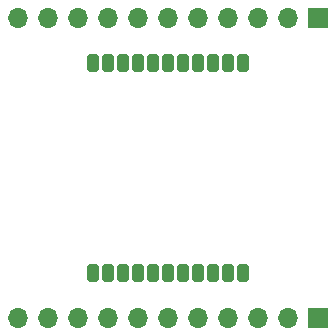
<source format=gbr>
%TF.GenerationSoftware,KiCad,Pcbnew,8.0.6*%
%TF.CreationDate,2024-12-12T11:47:33+01:00*%
%TF.ProjectId,htctboard,68746374-626f-4617-9264-2e6b69636164,rev?*%
%TF.SameCoordinates,Original*%
%TF.FileFunction,Soldermask,Top*%
%TF.FilePolarity,Negative*%
%FSLAX46Y46*%
G04 Gerber Fmt 4.6, Leading zero omitted, Abs format (unit mm)*
G04 Created by KiCad (PCBNEW 8.0.6) date 2024-12-12 11:47:33*
%MOMM*%
%LPD*%
G01*
G04 APERTURE LIST*
G04 Aperture macros list*
%AMRoundRect*
0 Rectangle with rounded corners*
0 $1 Rounding radius*
0 $2 $3 $4 $5 $6 $7 $8 $9 X,Y pos of 4 corners*
0 Add a 4 corners polygon primitive as box body*
4,1,4,$2,$3,$4,$5,$6,$7,$8,$9,$2,$3,0*
0 Add four circle primitives for the rounded corners*
1,1,$1+$1,$2,$3*
1,1,$1+$1,$4,$5*
1,1,$1+$1,$6,$7*
1,1,$1+$1,$8,$9*
0 Add four rect primitives between the rounded corners*
20,1,$1+$1,$2,$3,$4,$5,0*
20,1,$1+$1,$4,$5,$6,$7,0*
20,1,$1+$1,$6,$7,$8,$9,0*
20,1,$1+$1,$8,$9,$2,$3,0*%
G04 Aperture macros list end*
%ADD10RoundRect,0.250000X-0.250000X-0.500000X0.250000X-0.500000X0.250000X0.500000X-0.250000X0.500000X0*%
%ADD11R,1.700000X1.700000*%
%ADD12O,1.700000X1.700000*%
G04 APERTURE END LIST*
D10*
%TO.C,U1*%
X135890000Y-72390000D03*
X137160000Y-72390000D03*
X138430000Y-72390000D03*
X139700000Y-72390000D03*
X140970000Y-72390000D03*
X142240000Y-72390000D03*
X143510000Y-72390000D03*
X144780000Y-72390000D03*
X146050000Y-72390000D03*
X147320000Y-72390000D03*
X148590000Y-72390000D03*
X135890000Y-90170000D03*
X137160000Y-90170000D03*
X138430000Y-90170000D03*
X139700000Y-90170000D03*
X140970000Y-90170000D03*
X142240000Y-90170000D03*
X143510000Y-90170000D03*
X144780000Y-90170000D03*
X146050000Y-90170000D03*
X147320000Y-90170000D03*
X148590000Y-90170000D03*
%TD*%
D11*
%TO.C,J2*%
X154940000Y-93980000D03*
D12*
X152400000Y-93980000D03*
X149860000Y-93980000D03*
X147320000Y-93980000D03*
X144780000Y-93980000D03*
X142240000Y-93980000D03*
X139700000Y-93980000D03*
X137160000Y-93980000D03*
X134620000Y-93980000D03*
X132080000Y-93980000D03*
X129540000Y-93980000D03*
%TD*%
D11*
%TO.C,J1*%
X154940000Y-68580000D03*
D12*
X152400000Y-68580000D03*
X149860000Y-68580000D03*
X147320000Y-68580000D03*
X144780000Y-68580000D03*
X142240000Y-68580000D03*
X139700000Y-68580000D03*
X137160000Y-68580000D03*
X134620000Y-68580000D03*
X132080000Y-68580000D03*
X129540000Y-68580000D03*
%TD*%
M02*

</source>
